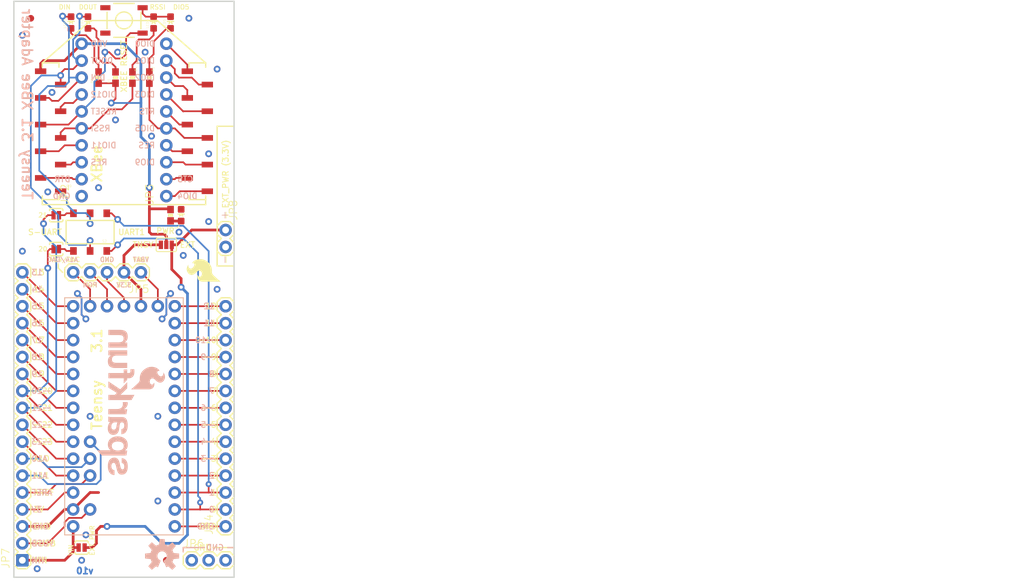
<source format=kicad_pcb>
(kicad_pcb (version 20211014) (generator pcbnew)
  (layers (0 "F.Cu" signal) (31 "B.Cu" signal) (34 "B.Paste" user) (35 "F.Paste" user) (36 "B.SilkS" user "B.Silkscreen") (37 "F.SilkS" user "F.Silkscreen") (38 "B.Mask" user) (39 "F.Mask" user) (44 "Edge.Cuts" user))
  (net 0 "")
  (net 1 "2")
  (net 2 "UART_RX")
  (net 3 "UART_TX")
  (net 4 "N$140")
  (net 5 "N$141")
  (net 6 "OUT")
  (net 7 "IN")
  (net 8 "GND")
  (net 9 "DIO4")
  (net 10 "CTS")
  (net 11 "DIO9")
  (net 12 "RES2")
  (net 13 "RTS")
  (net 14 "DIO3")
  (net 15 "DIO2")
  (net 16 "DIO1")
  (net 17 "DIO0")
  (net 18 "DTR")
  (net 19 "RES")
  (net 20 "DIO11")
  (net 21 "DIO12")
  (net 22 "4")
  (net 23 "5")
  (net 24 "6")
  (net 25 "7/RX3")
  (net 26 "8/TX3")
  (net 27 "9/RX2")
  (net 28 "10/TX2/CS")
  (net 29 "11/DOUT")
  (net 30 "12/DIN")
  (net 31 "A0/14")
  (net 32 "A1/15")
  (net 33 "A2/16")
  (net 34 "A3/17")
  (net 35 "A6/20")
  (net 36 "A7/21")
  (net 37 "A10")
  (net 38 "13/SCK")
  (net 39 "A4/18/SDA0")
  (net 40 "A5/19/SCL0")
  (net 41 "A11")
  (net 42 "A9/23")
  (net 43 "A8/22")
  (net 44 "VUSB")
  (net 45 "VIN")
  (net 46 "AREF")
  (net 47 "VBAT")
  (net 48 "A14/DAC")
  (net 49 "PROG")
  (net 50 "3.3V")
  (net 51 "RESET")
  (net 52 "N$12")
  (net 53 "N$17")
  (net 54 "N$19")
  (net 55 "DIO5")
  (net 56 "RSSI")
  (net 57 "N$43")
  (net 58 "N$139")
  (net 59 "XBEE_VDD")
  (net 60 "3V")
  (net 61 "3")
  (net 62 "EXT_3.3V")
  (footprint "boardEagle:STAND-OFF" (layer "F.Cu") (at 148.5011 145.6436)
    (fp_text reference "STANDOFF3" hide)
    (fp_text value "STAND-OFF" hide)
  )
  (footprint "boardEagle:PAD-JUMPER-2-NC_BY_PASTE_YES_SILK" (layer "F.Cu") (at 138.3411 93.8911)
    (fp_text reference "SJ1" hide)
    (fp_text value "D_TX" hide)
  )
  (footprint "boardEagle:LED-0603" (layer "F.Cu") (at 157.0736 93.8911)
    (fp_text reference "LED1" hide)
    (fp_text value "Red" hide)
  )
  (footprint "boardEagle:0603-RES" (layer "F.Cu") (at 152.3111 73.2536 -90)
    (fp_text reference "R2")
    (fp_text value "1k")
  )
  (footprint "boardEagle:TACTILE-SWITCH-SMD" (layer "F.Cu") (at 148.5011 64.6811 180)
    (fp_text reference "S3" hide)
    (fp_text value "Reset" hide)
  )
  (footprint "boardEagle:FIDUCIAL-1X2" (layer "F.Cu") (at 154.8511 145.6436)
    (fp_text reference "FID1" hide)
    (fp_text value "FIDUCIAL1X2" hide)
  )
  (footprint "boardEagle:AYZ0202" (layer "F.Cu") (at 143.4211 96.4311 180)
    (fp_text reference "S2")
    (fp_text value "DPDT")
  )
  (footprint "boardEagle:LED-0603" (layer "F.Cu") (at 140.5636 64.9986)
    (fp_text reference "LED3")
    (fp_text value "Green")
  )
  (footprint "boardEagle:CREATIVE_COMMONS" (layer "F.Cu") (at 200.5711 113.8936)
    (fp_text reference "FRAME1" hide)
    (fp_text value "" hide)
  )
  (footprint "boardEagle:1X10_NO_SILK" (layer "F.Cu") (at 154.8511 91.0336 90)
    (fp_text reference "JP3")
    (fp_text value "")
  )
  (footprint "boardEagle:FIDUCIAL-1X2" (layer "F.Cu") (at 134.5311 64.3636)
    (fp_text reference "FID2" hide)
    (fp_text value "FIDUCIAL1X2" hide)
  )
  (footprint "boardEagle:1X18" (layer "F.Cu") (at 133.2611 145.6436 90)
    (fp_text reference "JP7")
    (fp_text value "DNP\\")
  )
  (footprint "boardEagle:0603-RES" (layer "F.Cu") (at 155.4861 93.8911 90)
    (fp_text reference "R11" hide)
    (fp_text value "1k" hide)
  )
  (footprint "boardEagle:XBEE-SMD" (layer "F.Cu") (at 148.5011 92.3036)
    (fp_text reference "JP9")
    (fp_text value "CONN-09042")
  )
  (footprint "boardEagle:1X14" (layer "F.Cu") (at 163.7411 140.5636 90)
    (fp_text reference "JP4")
    (fp_text value "DNP")
  )
  (footprint "boardEagle:STAND-OFF" (layer "F.Cu") (at 137.0711 66.9036)
    (fp_text reference "STANDOFF2" hide)
    (fp_text value "STAND-OFF" hide)
  )
  (footprint "boardEagle:LED-0603" (layer "F.Cu") (at 152.9461 64.9986)
    (fp_text reference "LED4")
    (fp_text value "Green")
  )
  (footprint "boardEagle:0603-RES" (layer "F.Cu") (at 147.2311 73.2536 90)
    (fp_text reference "R1")
    (fp_text value "1k")
  )
  (footprint "boardEagle:1X03" (layer "F.Cu") (at 158.6611 145.6436)
    (fp_text reference "JP6")
    (fp_text value "DNP")
  )
  (footprint "boardEagle:STAND-OFF" (layer "F.Cu") (at 159.9311 66.9036)
    (fp_text reference "STANDOFF1" hide)
    (fp_text value "STAND-OFF" hide)
  )
  (footprint "boardEagle:PAD-JUMPER-2-NO_YES_SILK" (layer "F.Cu") (at 142.1511 143.7386)
    (fp_text reference "SJ5" hide)
    (fp_text value "EXT_JPR" hide)
  )
  (footprint "boardEagle:1X10_NO_SILK" (layer "F.Cu") (at 142.1511 91.0336 90)
    (fp_text reference "JP2")
    (fp_text value "")
  )
  (footprint "boardEagle:PAD-JUMPER-3-2OF3_NC_BY_PASTE_YES_SILK_FULL_BOX" (layer "F.Cu") (at 154.8511 98.3361 180)
    (fp_text reference "SJ4" hide)
    (fp_text value "JUMPER-PAD-3-2OF3_NC_BY_PASTE" hide)
  )
  (footprint "boardEagle:TEENSY-3.1_NOSILK" (layer "F.Cu") (at 139.6111 141.8336)
    (fp_text reference "JP1" hide)
    (fp_text value "TEENSY-3.1NOSILK" hide)
  )
  (footprint "boardEagle:0603-RES" (layer "F.Cu") (at 144.6911 73.2536 90)
    (fp_text reference "R3")
    (fp_text value "1k")
  )
  (footprint "boardEagle:1X02" (layer "F.Cu") (at 163.7411 96.1136 -90)
    (fp_text reference "JP8")
    (fp_text value "DNP")
  )
  (footprint "boardEagle:1X05" (layer "F.Cu") (at 151.0411 102.4636 180)
    (fp_text reference "JP5")
    (fp_text value "DNP")
  )
  (footprint "boardEagle:0603-RES" (layer "F.Cu") (at 149.7711 73.2536 -90)
    (fp_text reference "R4")
    (fp_text value "1k")
  )
  (footprint "boardEagle:LED-0603" (layer "F.Cu") (at 155.4861 64.9986)
    (fp_text reference "LED5")
    (fp_text value "Green")
  )
  (footprint "boardEagle:LED-0603" (layer "F.Cu") (at 143.1036 64.9986)
    (fp_text reference "LED2")
    (fp_text value "Red")
  )
  (footprint "boardEagle:STAND-OFF" (layer "F.Cu") (at 148.5011 89.7636)
    (fp_text reference "STANDOFF4" hide)
    (fp_text value "STAND-OFF" hide)
  )
  (footprint "boardEagle:SFE_LOGO_FLAME_.2" (layer "F.Cu") (at 163.26485 104.20985 90)
    (fp_text reference "LOGO1" hide)
    (fp_text value "SFE_LOGO_FLAME.2_INCH" hide)
  )
  (footprint "boardEagle:PAD-JUMPER-2-NC_BY_PASTE_YES_SILK" (layer "F.Cu") (at 138.3411 98.9711)
    (fp_text reference "SJ3" hide)
    (fp_text value "D_RX" hide)
  )
  (footprint "boardEagle:OSHW-LOGO-M" (layer "B.Cu") (at 154.2161 145.0086 180)
    (fp_text reference "LOGO2" hide)
    (fp_text value "OSHW-LOGOM" hide)
  )
  (footprint "boardEagle:SFE_LOGO_NAME_FLAME_.2" (layer "B.Cu") (at 144.3736 133.5786 90)
    (fp_text reference "LOGO3" hide)
    (fp_text value "SFE_LOGO_NAME_FLAME.2_INCH" hide)
  )
  (gr_line (start 160.5661 143.7386) (end 157.3911 143.7386) (layer "B.SilkS") (width 0.2032))
  (gr_line (start 165.0111 143.7386) (end 164.0586 143.7386) (layer "B.SilkS") (width 0.2032))
  (gr_line (start 157.3911 143.7386) (end 157.3911 144.3736) (layer "B.SilkS") (width 0.2032))
  (gr_line (start 162.4711 80.5561) (end 165.0111 80.5561) (layer "F.SilkS") (width 0.2032))
  (gr_line (start 154.8511 97.22485) (end 154.8511 96.90735) (layer "F.SilkS") (width 0.127))
  (gr_line (start 139.2936 102.4636) (end 138.6586 101.8286) (layer "F.SilkS") (width 0.2032))
  (gr_line (start 158.3436 143.7386) (end 157.3911 143.7386) (layer "F.SilkS") (width 0.2032))
  (gr_line (start 162.4711 101.5111) (end 162.4711 80.5561) (layer "F.SilkS") (width 0.2032))
  (gr_line (start 165.0111 101.5111) (end 162.4711 101.5111) (layer "F.SilkS") (width 0.2032))
  (gr_line (start 156.4386 95.7961) (end 156.7561 95.4786) (layer "F.SilkS") (width 0.127))
  (gr_line (start 157.3911 143.7386) (end 157.3911 144.3736) (layer "F.SilkS") (width 0.2032))
  (gr_line (start 156.1211 95.7961) (end 156.4386 95.7961) (layer "F.SilkS") (width 0.127))
  (gr_line (start 138.6586 101.8286) (end 138.6586 101.1936) (layer "F.SilkS") (width 0.2032))
  (gr_line (start 161.8361 143.7386) (end 165.0111 143.7386) (layer "F.SilkS") (width 0.2032))
  (gr_line (start 165.0111 61.8236) (end 131.9911 61.8236) (layer "Edge.Cuts") (width 0.2032))
  (gr_line (start 131.9911 61.8236) (end 131.9911 148.1836) (layer "Edge.Cuts") (width 0.2032))
  (gr_line (start 165.0111 148.1836) (end 165.0111 61.8236) (layer "Edge.Cuts") (width 0.2032))
  (gr_line (start 131.9911 148.1836) (end 165.0111 148.1836) (layer "Edge.Cuts") (width 0.2032))
  (gr_text "v10" (at 144.0561 147.2311) (layer "B.Cu") (effects (font (size 0.9525 0.9525) (thickness 0.3175)) (justify left mirror)))
  (gr_text "DOUT" (at 143.4211 70.7136) (layer "B.SilkS") (effects (font (size 0.8636 0.8636) (thickness 0.1524)) (justify right mirror)))
  (gr_text "DIO4" (at 156.4132 91.0336) (layer "B.SilkS") (effects (font (size 0.8636 0.8636) (thickness 0.1524)) (justify right mirror)))
  (gr_text "~~3" (at 162.1536 130.4036) (layer "B.SilkS") (effects (font (size 0.8636 0.8636) (thickness 0.1524)) (justify left mirror)))
  (gr_text "A14/DAC" (at 139.2936 100.5586) (layer "B.SilkS") (effects (font (size 0.69088 0.69088) (thickness 0.12192)) (justify mirror)))
  (gr_text "GND" (at 162.1536 143.7386) (layer "B.SilkS") (effects (font (size 0.8636 0.8636) (thickness 0.1524)) (justify mirror)))
  (gr_text "DIO9" (at 153.2382 85.9536) (layer "B.SilkS") (effects (font (size 0.8636 0.8636) (thickness 0.1524)) (justify left mirror)))
  (gr_text "DIO0" (at 153.2382 68.1736) (layer "B.SilkS") (effects (font (size 0.8636 0.8636) (thickness 0.1524)) (justify left mirror)))
  (gr_text "3.3V" (at 148.5011 104.3686) (layer "B.SilkS") (effects (font (size 0.69088 0.69088) (thickness 0.12192)) (justify mirror)))
  (gr_text "DTR" (at 140.5636 88.4936) (layer "B.SilkS") (effects (font (size 0.8636 0.8636) (thickness 0.1524)) (justify left mirror)))
  (gr_text "RSSI" (at 143.4211 80.8736) (layer "B.SilkS") (effects (font (size 0.8636 0.8636) (thickness 0.1524)) (justify right mirror)))
  (gr_text "A11" (at 134.5311 132.9436) (layer "B.SilkS") (effects (font (size 0.8636 0.8636) (thickness 0.1524)) (justify right mirror)))
  (gr_text "~~4" (at 162.1536 127.8636) (layer "B.SilkS") (effects (font (size 0.8636 0.8636) (thickness 0.1524)) (justify left mirror)))
  (gr_text "16" (at 134.5311 110.0836) (layer "B.SilkS") (effects (font (size 0.8636 0.8636) (thickness 0.1524)) (justify right mirror)))
  (gr_text "DIO3" (at 153.2382 75.7936) (layer "B.SilkS") (effects (font (size 0.8636 0.8636) (thickness 0.1524)) (justify left mirror)))
  (gr_text "VIN" (at 134.5311 145.6436) (layer "B.SilkS") (effects (font (size 0.8636 0.8636) (thickness 0.1524)) (justify right mirror)))
  (gr_text "~~10" (at 162.1536 112.6236) (layer "B.SilkS") (effects (font (size 0.8636 0.8636) (thickness 0.1524)) (justify left mirror)))
  (gr_text "0" (at 162.1536 138.0236) (layer "B.SilkS") (effects (font (size 0.8636 0.8636) (thickness 0.1524)) (justify left mirror)))
  (gr_text "11" (at 162.1536 110.0836) (layer "B.SilkS") (effects (font (size 0.8636 0.8636) (thickness 0.1524)) (justify left mirror)))
  (gr_text "8" (at 162.1536 117.7036) (layer "B.SilkS") (effects (font (size 0.8636 0.8636) (thickness 0.1524)) (justify left mirror)))
  (gr_text "GND" (at 134.5311 140.5636) (layer "B.SilkS") (effects (font (size 0.8636 0.8636) (thickness 0.1524)) (justify right mirror)))
  (gr_text "17" (at 134.5311 112.6236) (layer "B.SilkS") (effects (font (size 0.8636 0.8636) (thickness 0.1524)) (justify right mirror)))
  (gr_text "DIO2" (at 153.2382 73.2536) (layer "B.SilkS") (effects (font (size 0.8636 0.8636) (thickness 0.1524)) (justify left mirror)))
  (gr_text "RES" (at 143.4211 85.9536) (layer "B.SilkS") (effects (font (size 0.8636 0.8636) (thickness 0.1524)) (justify right mirror)))
  (gr_text "GND" (at 145.9611 100.5586) (layer "B.SilkS") (effects (font (size 0.69088 0.69088) (thickness 0.12192)) (justify mirror)))
  (gr_text "AREF" (at 134.5311 135.4836) (layer "B.SilkS") (effects (font (size 0.8636 0.8636) (thickness 0.1524)) (justify right mirror)))
  (gr_text "DIO5" (at 153.2382 80.8736) (layer "B.SilkS") (effects (font (size 0.8636 0.8636) (thickness 0.1524)) (justify left mirror)))
  (gr_text "DIO11" (at 143.4211 83.4136) (layer "B.SilkS") (effects (font (size 0.8636 0.8636) (thickness 0.1524)) (justify right mirror)))
  (gr_text "RTS" (at 153.2382 78.3336) (layer "B.SilkS") (effects (font (size 0.8636 0.8636) (thickness 0.1524)) (justify left mirror)))
  (gr_text "13" (at 134.5311 102.4636) (layer "B.SilkS") (effects (font (size 0.8636 0.8636) (thickness 0.1524)) (justify right mirror)))
  (gr_text "+" (at 163.7411 93.8911 -90) (layer "B.SilkS") (effects (font (size 1.1684 1.1684) (thickness 0.1016)) (justify mirror)))
  (gr_text "~~23" (at 134.5311 127.8636) (layer "B.SilkS") (effects (font (size 0.8636 0.8636) (thickness 0.1524)) (justify right mirror)))
  (gr_text "VUSB" (at 134.5311 143.1036) (layer "B.SilkS") (effects (font (size 0.8636 0.8636) (thickness 0.1524)) (justify right mirror)))
  (gr_text "~~21" (at 134.5311 122.7836) (layer "B.SilkS") (effects (font (size 0.8636 0.8636) (thickness 0.1524)) (justify right mirror)))
  (gr_text "~~6" (at 162.1536 122.7836) (layer "B.SilkS") (effects (font (size 0.8636 0.8636) (thickness 0.1524)) (justify left mirror)))
  (gr_text "RES" (at 153.2382 83.4136) (layer "B.SilkS") (effects (font (size 0.8636 0.8636) (thickness 0.1524)) (justify left mirror)))
  (gr_text "GND" (at 140.5636 91.0336) (layer "B.SilkS") (effects (font (size 0.8636 0.8636) (thickness 0.1524)) (justify left mirror)))
  (gr_text "2" (at 162.1536 132.9436) (layer "B.SilkS") (effects (font (size 0.8636 0.8636) (thickness 0.1524)) (justify left mirror)))
  (gr_text "~~20" (at 134.5311 120.2436) (layer "B.SilkS") (effects (font (size 0.8636 0.8636) (thickness 0.1524)) (justify right mirror)))
  (gr_text "14" (at 134.5311 105.0036) (layer "B.SilkS") (effects (font (size 0.8636 0.8636) (thickness 0.1524)) (justify right mirror)))
  (gr_text "PGM" (at 143.4211 104.3686) (layer "B.SilkS") (effects (font (size 0.69088 0.69088) (thickness 0.12192)) (justify mirror)))
  (gr_text "GND" (at 162.1536 140.5636) (layer "B.SilkS") (effects (font (size 0.8636 0.8636) (thickness 0.1524)) (justify left mirror)))
  (gr_text "7" (at 162.1536 120.2436) (layer "B.SilkS") (effects (font (size 0.8636 0.8636) (thickness 0.1524)) (justify left mirror)))
  (gr_text "CTS" (at 156.4132 88.4936) (layer "B.SilkS") (effects (font (size 0.8636 0.8636) (thickness 0.1524)) (justify right mirror)))
  (gr_text "18" (at 134.5311 115.1636) (layer "B.SilkS") (effects (font (size 0.8636 0.8636) (thickness 0.1524)) (justify right mirror)))
  (gr_text "12" (at 162.1536 107.5436) (layer "B.SilkS") (effects (font (size 0.8636 0.8636) (thickness 0.1524)) (justify left mirror)))
  (gr_text "15" (at 134.5311 107.5436) (layer "B.SilkS") (effects (font (size 0.8636 0.8636) (thickness 0.1524)) (justify right mirror)))
  (gr_text "-" (at 163.7411 100.5586 -90) (layer "B.SilkS") (effects (font (size 1.1684 1.1684) (thickness 0.1016)) (justify mirror)))
  (gr_text "DIN" (at 143.4211 73.2536) (layer "B.SilkS") (effects (font (size 0.8636 0.8636) (thickness 0.1524)) (justify right mirror)))
  (gr_text "19" (at 134.5311 117.7036) (layer "B.SilkS") (effects (font (size 0.8636 0.8636) (thickness 0.1524)) (justify right mirror)))
  (gr_text "DIO1" (at 153.2382 70.7136) (layer "B.SilkS") (effects (font (size 0.8636 0.8636) (thickness 0.1524)) (justify left mirror)))
  (gr_text "DIO12" (at 143.4211 75.7936) (layer "B.SilkS") (effects (font (size 0.8636 0.8636) (thickness 0.1524)) (justify right mirror)))
  (gr_text "~~9" (at 162.1536 115.1636) (layer "B.SilkS") (effects (font (size 0.8636 0.8636) (thickness 0.1524)) (justify left mirror)))
  (gr_text "1" (at 162.1536 135.4836) (layer "B.SilkS") (effects (font (size 0.8636 0.8636) (thickness 0.1524)) (justify left mirror)))
  (gr_text "A10" (at 134.5311 130.4036) (layer "B.SilkS") (effects (font (size 0.8636 0.8636) (thickness 0.1524)) (justify right mirror)))
  (gr_text "Teensy 3.1 XBee Adapter" (at 134.8486 62.7761 -90) (layer "B.SilkS") (effects (font (size 1.5113 1.5113) (thickness 0.2667)) (justify right top mirror)))
  (gr_text "3V" (at 134.5311 138.0236) (layer "B.SilkS") (effects (font (size 0.8636 0.8636) (thickness 0.1524)) (justify right mirror)))
  (gr_text "~~5" (at 162.1536 125.3236) (layer "B.SilkS") (effects (font (size 0.8636 0.8636) (thickness 0.1524)) (justify left mirror)))
  (gr_text "VDD" (at 143.4211 68.1736) (layer "B.SilkS") (effects (font (size 0.8636 0.8636) (thickness 0.1524)) (justify right mirror)))
  (gr_text "VBAT" (at 151.0411 100.5586) (layer "B.SilkS") (effects (font (size 0.69088 0.69088) (thickness 0.12192)) (justify mirror)))
  (gr_text "~~22" (at 134.5311 125.3236) (layer "B.SilkS") (effects (font (size 0.8636 0.8636) (thickness 0.1524)) (justify right mirror)))
  (gr_text "RESET" (at 143.4211 78.3336) (layer "B.SilkS") (effects (font (size 0.8636 0.8636) (thickness 0.1524)) (justify right mirror)))
  (gr_text "DOUT" (at 141.67485 63.0936) (layer "F.SilkS") (effects (font (size 0.69088 0.69088) (thickness 0.12192)) (justify left bottom)))
  (gr_text "+" (at 163.7411 93.8911 90) (layer "F.SilkS") (effects (font (size 1.1684 1.1684) (thickness 0.1016))))
  (gr_text "GND" (at 145.9611 100.5586) (layer "F.SilkS") (effects (font (size 0.69088 0.69088) (thickness 0.12192))))
  (gr_text "A14/DAC" (at 139.6111 100.5586) (layer "F.SilkS") (effects (font (size 0.69088 0.69088) (thickness 0.12192))))
  (gr_text "3.3V" (at 148.5011 104.3686) (layer "F.SilkS") (effects (font (size 0.69088 0.69088) (thickness 0.12192))))
  (gr_text "21" (at 137.0711 93.8911) (layer "F.SilkS") (effects (font (size 0.69088 0.69088) (thickness 0.12192)) (justify right)))
  (gr_text "3V" (at 134.8486 138.0236) (layer "F.SilkS") (effects (font (size 0.8636 0.8636) (thickness 0.1524)) (justify left)))
  (gr_text "~~21" (at 134.8486 122.7836) (layer "F.SilkS") (effects (font (size 0.8636 0.8636) (thickness 0.1524)) (justify left)))
  (gr_text "VIN" (at 140.5636 145.0086 90) (layer "F.SilkS") (effects (font (size 0.69088 0.69088) (thickness 0.12192)) (justify left)))
  (gr_text "A11" (at 134.8486 132.9436) (layer "F.SilkS") (effects (font (size 0.8636 0.8636) (thickness 0.1524)) (justify left)))
  (gr_text "S-UART" (at 139.2936 96.4311) (layer "F.SilkS") (effects (font (size 0.8636 0.8636) (thickness 0.1524)) (justify right)))
  (gr_text "TNSY" (at 151.3586 98.3361) (layer "F.SilkS") (effects (font (size 0.8636 0.8636) (thickness 0.1524))))
  (gr_text "~~3" (at 162.4711 130.4036) (layer "F.SilkS") (effects (font (size 0.8636 0.8636) (thickness 0.1524)) (justify right)))
  (gr_text "15" (at 134.8486 107.5436) (layer "F.SilkS") (effects (font (size 0.8636 0.8636) (thickness 0.1524)) (justify left)))
  (gr_text "1" (at 162.4711 135.4836) (layer "F.SilkS") (effects (font (size 0.8636 0.8636) (thickness 0.1524)) (justify right)))
  (gr_text "17" (at 134.8486 112.6236) (layer "F.SilkS") (effects (font (size 0.8636 0.8636) (thickness 0.1524)) (justify left)))
  (gr_text "~~22" (at 134.8486 125.3236) (layer "F.SilkS") (effects (font (size 0.8636 0.8636) (thickness 0.1524)) (justify left)))
  (gr_text "19" (at 134.8486 117.7036) (layer "F.SilkS") (effects (font (size 0.8636 0.8636) (thickness 0.1524)) (justify left)))
  (gr_text "EXT_PWR (3.3V)" (at 163.7411 92.9386 90) (layer "F.SilkS") (effects (font (size 0.8636 0.8636) (thickness 0.1524)) (justify left)))
  (gr_text "-" (at 163.7411 100.5586 90) (layer "F.SilkS") (effects (font (size 1.1684 1.1684) (thickness 0.1016))))
  (gr_text "GND" (at 162.4711 140.5636) (layer "F.SilkS") (effects (font (size 0.8636 0.8636) (thickness 0.1524)) (justify right)))
  (gr_text "2" (at 162.4711 132.9436) (layer "F.SilkS") (effects (font (size 0.8636 0.8636) (thickness 0.1524)) (justify right)))
  (gr_text "PGM" (at 143.4211 104.3686) (layer "F.SilkS") (effects (font (size 0.69088 0.69088) (thickness 0.12192))))
  (gr_text "12" (at 162.4711 107.5436) (layer "F.SilkS") (effects (font (size 0.8636 0.8636) (thickness 0.1524)) (justify right)))
  (gr_text "XBee" (at 145.3261 89.1286 90) (layer "F.SilkS") (effects (font (size 1.5113 1.5113) (thickness 0.2667)) (justify left bottom)))
  (gr_text "UART1" (at 147.5486 96.4311) (layer "F.SilkS") (effects (font (size 0.8636 0.8636) (thickness 0.1524)) (justify left)))
  (gr_text "11" (at 162.4711 110.0836) (layer "F.SilkS") (effects (font (size 0.8636 0.8636) (thickness 0.1524)) (justify right)))
  (gr_text "20" (at 137.0711 98.9711) (layer "F.SilkS") (effects (font (size 0.69088 0.69088) (thickness 0.12192)) (justify right)))
  (gr_text "0" (at 162.4711 138.0236) (layer "F.SilkS") (effects (font (size 0.8636 0.8636) (thickness 0.1524)) (justify right)))
  (gr_text "~~9" (at 162.4711 115.1636) (layer "F.SilkS") (effects (font (size 0.8636 0.8636) (thickness 0.1524)) (justify right)))
  (gr_text "13" (at 134.8486 102.4636) (layer "F.SilkS") (effects (font (size 0.8636 0.8636) (thickness 0.1524)) (justify left)))
  (gr_text "A10" (at 134.8486 130.4036) (layer "F.SilkS") (effects (font (size 0.8636 0.8636) (thickness 0.1524)) (justify left)))
  (gr_text "14" (at 134.8486 105.0036) (layer "F.SilkS") (effects (font (size 0.8636 0.8636) (thickness 0.1524)) (justify left)))
  (gr_text "~~10" (at 162.4711 112.6236) (layer "F.SilkS") (effects (font (size 0.8636 0.8636) (thickness 0.1524)) (justify right)))
  (gr_text "DIO5" (at 155.8036 63.0936) (layer "F.SilkS") (effects (font (size 0.69088 0.69088) (thickness 0.12192)) (justify left bottom)))
  (gr_text "GND" (at 160.2486 143.7386) (layer "F.SilkS") (effects (font (size 0.8636 0.8636) (thickness 0.1524))))
  (gr_text "Teensy" (at 145.3261 126.2761 90) (layer "F.SilkS") (effects (font (size 1.5113 1.5113) (thickness 0.2667)) (justify left bottom)))
  (gr_text "18" (at 134.8486 115.1636) (layer "F.SilkS") (effects (font (size 0.8636 0.8636) (thickness 0.1524)) (justify left)))
  (gr_text "16" (at 134.8486 110.0836) (layer "F.SilkS") (effects (font (size 0.8636 0.8636) (thickness 0.1524)) (justify left)))
  (gr_text "GND" (at 134.8486 140.5636) (layer "F.SilkS") (effects (font (size 0.8636 0.8636) (thickness 0.1524)) (justify left)))
  (gr_text "~~5" (at 162.4711 125.3236) (layer "F.SilkS") (effects (font (size 0.8636 0.8636) (thickness 0.1524)) (justify right)))
  (gr_text "3.1" (at 145.3261 114.68735 90) (layer "F.SilkS") (effects (font (size 1.5113 1.5113) (thickness 0.2667)) (justify left bottom)))
  (gr_text "7" (at 162.4711 120.2436) (layer "F.SilkS") (effects (font (size 0.8636 0.8636) (thickness 0.1524)) (justify right)))
  (gr_text "EXT_PWR" (at 143.7386 145.0086 90) (layer "F.SilkS") (effects (font (size 0.69088 0.69088) (thickness 0.12192)) (justify left)))
  (gr_text "DIN" (at 138.6586 63.0936) (layer "F.SilkS") (effects (font (size 0.69088 0.69088) (thickness 0.12192)) (justify left bottom)))
  (gr_text "EXT" (at 158.0261 98.3361) (layer "F.SilkS") (effects (font (size 0.8636 0.8636) (thickness 0.1524))))
  (gr_text "VUSB" (at 134.8486 143.1036) (layer "F.SilkS") (effects (font (size 0.8636 0.8636) (thickness 0.1524)) (justify left)))
  (gr_text "VBAT" (at 151.0411 100.5586) (layer "F.SilkS") (effects (font (size 0.69088 0.69088) (thickness 0.12192))))
  (gr_text "RSSI" (at 152.3111 63.0936) (layer "F.SilkS") (effects (font (size 0.69088 0.69088) (thickness 0.12192)) (justify left bottom)))
  (gr_text "8" (at 162.4711 117.7036) (layer "F.SilkS") (effects (font (size 0.8636 0.8636) (thickness 0.1524)) (justify right)))
  (gr_text "XBEE RESET" (at 148.5011 67.5386 90) (layer "F.SilkS") (effects (font (size 0.8636 0.8636) (thickness 0.1524)) (justify right)))
  (gr_text "PWR" (at 153.2636 96.7486) (layer "F.SilkS") (effects (font (size 0.8636 0.8636) (thickness 0.1524)) (justify left bottom)))
  (gr_text "~~6" (at 162.4711 122.7836) (layer "F.SilkS") (effects (font (size 0.8636 0.8636) (thickness 0.1524)) (justify right)))
  (gr_text "VIN" (at 134.8486 145.6436) (layer "F.SilkS") (effects (font (size 0.8636 0.8636) (thickness 0.1524)) (justify left)))
  (gr_text "~~4" (at 162.4711 127.8636) (layer "F.SilkS") (effects (font (size 0.8636 0.8636) (thickness 0.1524)) (justify right)))
  (gr_text "~~20" (at 134.8486 120.2436) (layer "F.SilkS") (effects (font (size 0.8636 0.8636) (thickness 0.1524)) (justify left)))
  (gr_text "~~23" (at 134.8486 127.8636) (layer "F.SilkS") (effects (font (size 0.8636 0.8636) (thickness 0.1524)) (justify left)))
  (gr_text "AREF" (at 134.8486 135.4836) (layer "F.SilkS") (effects (font (size 0.8636 0.8636) (thickness 0.1524)) (justify left)))
  (segment (start 156.1211 132.9436) (end 163.7411 132.9436) (width 0.254) (layer "F.Cu") (net 1))
  (segment (start 156.1211 138.0236) (end 159.9311 138.0236) (width 0.254) (layer "F.Cu") (net 2))
  (segment (start 159.9311 138.0236) (end 163.7411 138.0236) (width 0.254) (layer "F.Cu") (net 2))
  (segment (start 159.9311 136.97585) (end 159.9311 138.0236) (width 0.254) (layer "F.Cu") (net 2))
  (segment (start 146.6286 99.2561) (end 147.5486 98.3361) (width 0.254) (layer "F.Cu") (net 2))
  (segment (start 145.9211 99.2561) (end 146.6286 99.2561) (width 0.254) (layer "F.Cu") (net 2))
  (via (at 147.5486 98.3361) (size 1.016) (drill 0.508) (layers "F.Cu" "B.Cu") (net 2))
  (via (at 159.9311 136.97585) (size 0.889) (drill 0.381) (layers "F.Cu" "B.Cu") (net 2))
  (segment (start 159.6136 136.02335) (end 159.9311 136.34085) (width 0.254) (layer "B.Cu") (net 2))
  (segment (start 147.5486 98.3361) (end 148.5011 97.3836) (width 0.254) (layer "B.Cu") (net 2))
  (segment (start 159.6136 99.6061) (end 157.3911 97.3836) (width 0.254) (layer "B.Cu") (net 2))
  (segment (start 159.6136 136.02335) (end 159.6136 99.6061) (width 0.254) (layer "B.Cu") (net 2))
  (segment (start 157.3911 97.3836) (end 148.5011 97.3836) (width 0.254) (layer "B.Cu") (net 2))
  (segment (start 159.9311 136.34085) (end 159.9311 136.97585) (width 0.254) (layer "B.Cu") (net 2))
  (segment (start 147.5486 94.5261) (end 146.6286 93.6061) (width 0.254) (layer "F.Cu") (net 3))
  (segment (start 161.2011 134.2263) (end 161.2011 135.4836) (width 0.254) (layer "F.Cu") (net 3))
  (segment (start 156.1211 135.4836) (end 161.2011 135.4836) (width 0.254) (layer "F.Cu") (net 3))
  (segment (start 145.9211 93.6061) (end 146.6286 93.6061) (width 0.254) (layer "F.Cu") (net 3))
  (segment (start 161.2011 135.4836) (end 163.7411 135.4836) (width 0.254) (layer "F.Cu") (net 3))
  (via (at 147.5486 94.5261) (size 1.016) (drill 0.508) (layers "F.Cu" "B.Cu") (net 3))
  (via (at 161.2011 134.2263) (size 0.889) (drill 0.381) (layers "F.Cu" "B.Cu") (net 3))
  (segment (start 148.5011 95.4786) (end 147.5486 94.5261) (width 0.254) (layer "B.Cu") (net 3))
  (segment (start 161.2011 99.2886) (end 157.3911 95.4786) (width 0.254) (layer "B.Cu") (net 3))
  (segment (start 157.3911 95.4786) (end 148.5011 95.4786) (width 0.254) (layer "B.Cu") (net 3))
  (segment (start 161.2011 134.2263) (end 161.2011 99.2886) (width 0.254) (layer "B.Cu") (net 3))
  (segment (start 139.6111 93.8911) (end 138.7538 93.8911) (width 0.254) (layer "F.Cu") (net 4))
  (segment (start 140.9211 93.6061) (end 139.8961 93.6061) (width 0.254) (layer "F.Cu") (net 4))
  (segment (start 139.8961 93.6061) (end 139.6111 93.8911) (width 0.254) (layer "F.Cu") (net 4))
  (segment (start 139.8961 99.2561) (end 139.6111 98.9711) (width 0.254) (layer "F.Cu") (net 5))
  (segment (start 139.6111 98.9711) (end 138.7538 98.9711) (width 0.254) (layer "F.Cu") (net 5))
  (segment (start 140.2136 99.2561) (end 139.8961 99.2561) (width 0.254) (layer "F.Cu") (net 5))
  (segment (start 140.9211 99.2561) (end 140.2136 99.2561) (width 0.254) (layer "F.Cu") (net 5))
  (segment (start 139.0011 72.9361) (end 139.0011 72.5936) (width 0.254) (layer "F.Cu") (net 6))
  (segment (start 143.4211 99.2561) (end 143.4211 97.7011) (width 0.254) (layer "F.Cu") (net 6))
  (segment (start 143.1036 64.1216) (end 141.9091 64.1216) (width 0.254) (layer "F.Cu") (net 6))
  (segment (start 139.0011 74.3036) (end 139.0011 72.9361) (width 0.254) (layer "F.Cu") (net 6))
  (segment (start 143.0281 64.1216) (end 142.7861 64.3636) (width 0.254) (layer "F.Cu") (net 6))
  (segment (start 139.0011 72.5936) (end 139.6111 71.9836) (width 0.254) (layer "F.Cu") (net 6))
  (segment (start 141.9091 64.1216) (end 141.8336 64.0461) (width 0.254) (layer "F.Cu") (net 6))
  (segment (start 142.1511 70.7136) (end 140.8811 71.9836) (width 0.254) (layer "F.Cu") (net 6))
  (segment (start 139.6111 71.9836) (end 140.8811 71.9836) (width 0.254) (layer "F.Cu") (net 6))
  (segment (start 143.1036 64.1216) (end 143.0281 64.1216) (width 0.254) (layer "F.Cu") (net 6))
  (via (at 139.0011 72.9361) (size 1.016) (drill 0.508) (layers "F.Cu" "B.Cu") (net 6))
  (via (at 141.8336 64.0461) (size 1.016) (drill 0.508) (layers "F.Cu" "B.Cu") (net 6))
  (via (at 143.4211 97.7011) (size 1.016) (drill 0.508) (layers "F.Cu" "B.Cu") (net 6))
  (segment (start 140.2461 98.3361) (end 142.7861 98.3361) (width 0.254) (layer "B.Cu") (net 6))
  (segment (start 140.8811 67.5386) (end 141.8336 66.5861) (width 0.254) (layer "B.Cu") (net 6))
  (segment (start 140.8811 70.0786) (end 140.8811 67.5386) (width 0.254) (layer "B.Cu") (net 6))
  (segment (start 136.1186 72.9361) (end 139.0011 72.9361) (width 0.254) (layer "B.Cu") (net 6))
  (segment (start 138.6586 96.7486) (end 140.2461 98.3361) (width 0.254) (layer "B.Cu") (net 6))
  (segment (start 141.8336 66.5861) (end 141.8336 64.0461) (width 0.254) (layer "B.Cu") (net 6))
  (segment (start 134.5311 89.7636) (end 134.5311 74.5236) (width 0.254) (layer "B.Cu") (net 6))
  (segment (start 141.5161 70.7136) (end 142.1511 70.7136) (width 0.254) (layer "B.Cu") (net 6))
  (segment (start 141.5161 70.7136) (end 140.8811 70.0786) (width 0.254) (layer "B.Cu") (net 6))
  (segment (start 138.6586 93.8911) (end 138.6586 96.7486) (width 0.254) (layer "B.Cu") (net 6))
  (segment (start 142.7861 98.3361) (end 143.4211 97.7011) (width 0.254) (layer "B.Cu") (net 6))
  (segment (start 134.5311 74.5236) (end 136.1186 72.9361) (width 0.254) (layer "B.Cu") (net 6))
  (segment (start 134.5311 89.7636) (end 138.6586 93.8911) (width 0.254) (layer "B.Cu") (net 6))
  (segment (start 139.3691 64.1216) (end 139.2936 64.0461) (width 0.254) (layer "F.Cu") (net 7))
  (segment (start 138.6586 76.7461) (end 137.7061 76.7461) (width 0.254) (layer "F.Cu") (net 7))
  (segment (start 137.7061 76.7461) (end 137.2636 76.3036) (width 0.254) (layer "F.Cu") (net 7))
  (segment (start 136.0011 76.3036) (end 137.2636 76.3036) (width 0.254) (layer "F.Cu") (net 7))
  (segment (start 140.5636 64.1216) (end 139.3691 64.1216) (width 0.254) (layer "F.Cu") (net 7))
  (segment (start 143.4211 93.6061) (end 143.4211 95.1611) (width 0.254) (layer "F.Cu") (net 7))
  (segment (start 138.6586 76.7461) (end 142.1511 73.2536) (width 0.254) (layer "F.Cu") (net 7))
  (via (at 143.4211 95.1611) (size 1.016) (drill 0.508) (layers "F.Cu" "B.Cu") (net 7))
  (via (at 139.2936 64.0461) (size 1.016) (drill 0.508) (layers "F.Cu" "B.Cu") (net 7))
  (segment (start 141.1986 93.5736) (end 139.9286 92.3036) (width 0.254) (layer "B.Cu") (net 7))
  (segment (start 135.8011 75.7936) (end 137.0711 74.5236) (width 0.254) (layer "B.Cu") (net 7))
  (segment (start 140.2461 73.8886) (end 140.2461 73.2536) (width 0.254) (layer "B.Cu") (net 7))
  (segment (start 143.4211 95.1611) (end 143.4211 94.2086) (width 0.254) (layer "B.Cu") (net 7))
  (segment (start 142.1511 73.2536) (end 140.2461 73.2536) (width 0.254) (layer "B.Cu") (net 7))
  (segment (start 142.7861 93.5736) (end 141.1986 93.5736) (width 0.254) (layer "B.Cu") (net 7))
  (segment (start 139.9286 92.3036) (end 139.9286 91.3511) (width 0.254) (layer "B.Cu") (net 7))
  (segment (start 143.4211 94.2086) (end 142.7861 93.5736) (width 0.254) (layer "B.Cu") (net 7))
  (segment (start 140.2461 65.6336) (end 139.2936 64.6811) (width 0.254) (layer "B.Cu") (net 7))
  (segment (start 139.9286 91.3511) (end 135.8011 87.2236) (width 0.254) (layer "B.Cu") (net 7))
  (segment (start 139.6111 74.5236) (end 137.0711 74.5236) (width 0.254) (layer "B.Cu") (net 7))
  (segment (start 140.2461 73.2536) (end 140.2461 65.6336) (width 0.254) (layer "B.Cu") (net 7))
  (segment (start 135.8011 87.2236) (end 135.8011 75.7936) (width 0.254) (layer "B.Cu") (net 7))
  (segment (start 140.2461 73.8886) (end 139.6111 74.5236) (width 0.254) (layer "B.Cu") (net 7))
  (segment (start 139.2936 64.6811) (end 139.2936 64.0461) (width 0.254) (layer "B.Cu") (net 7))
  (segment (start 140.8811 138.0236) (end 139.6111 138.0236) (width 0.4064) (layer "F.Cu") (net 8))
  (segment (start 139.6111 138.0236) (end 137.0711 140.5636) (width 0.4064) (layer "F.Cu") (net 8))
  (segment (start 155.4861 64.1216) (end 152.9461 64.1216) (width 0.254) (layer "F.Cu") (net 8))
  (segment (start 142.7861 109.4486) (end 142.1511 108.8136) (width 0.254) (layer "F.Cu") (net 8))
  (segment (start 154.2161 109.4486) (end 154.8511 108.8136) (width 0.254) (layer "F.Cu") (net 8))
  (segment (start 142.1511 108.8136) (end 142.1511 106.2736) (width 0.254) (layer "F.Cu") (net 8))
  (segment (start 151.2951 63.6651) (end 151.7516 64.1216) (width 0.254) (layer "F.Cu") (net 8))
  (segment (start 137.0711 140.5636) (end 133.2611 140.5636) (width 0.4064) (layer "F.Cu") (net 8))
  (segment (start 145.9611 102.4636) (end 145.9611 103.7336) (width 0.254) (layer "F.Cu") (net 8))
  (segment (start 143.4211 135.4836) (end 140.8811 138.0236) (width 0.4064) (layer "F.Cu") (net 8))
  (segment (start 151.2951 62.7761) (end 151.2951 63.6651) (width 0.254) (layer "F.Cu") (net 8))
  (segment (start 154.8511 108.8136) (end 154.8511 106.2736) (width 0.254) (layer "F.Cu") (net 8))
  (segment (start 141.5161 105.6386) (end 142.1511 106.2736) (width 0.254) (layer "F.Cu") (net 8))
  (segment (start 148.5011 106.2736) (end 148.5011 107.5436) (width 0.254) (layer "F.Cu") (net 8))
  (segment (start 145.9611 103.7336) (end 148.5011 106.2736) (width 0.254) (layer "F.Cu") (net 8))
  (segment (start 154.8511 106.2736) (end 155.4861 105.6386) (width 0.254) (layer "F.Cu") (net 8))
  (segment (start 163.7411 140.5636) (end 156.1211 140.5636) (width 0.254) (layer "F.Cu") (net 8))
  (segment (start 152.9461 64.1216) (end 151.7516 64.1216) (width 0.254) (layer "F.Cu") (net 8))
  (segment (start 144.6911 135.4836) (end 143.4211 135.4836) (width 0.4064) (layer "F.Cu") (net 8))
  (via (at 152.6286 82.03565) (size 1.016) (drill 0.508) (layers "F.Cu" "B.Cu") (net 8))
  (via (at 135.4836 146.9136) (size 1.016) (drill 0.508) (layers "F.Cu" "B.Cu") (net 8))
  (via (at 153.5811 124.0536) (size 1.016) (drill 0.508) (layers "F.Cu" "B.Cu") (net 8))
  (via (at 161.2011 94.8436) (size 1.016) (drill 0.508) (layers "F.Cu" "B.Cu") (net 8))
  (via (at 142.7861 141.8336) (size 1.016) (drill 0.508) (layers "F.Cu" "B.Cu") (net 8))
  (via (at 161.2011 84.6836) (size 1.016) (drill 0.508) (layers "F.Cu" "B.Cu") (net 8))
  (via (at 133.2611 66.9036) (size 1.016) (drill 0.508) (layers "F.Cu" "B.Cu") (net 8))
  (via (at 151.6761 69.4436) (size 1.016) (drill 0.508) (layers "F.Cu" "B.Cu") (net 8))
  (via (at 133.2611 99.2886) (size 1.016) (drill 0.508) (layers "F.Cu" "B.Cu") (net 8))
  (via (at 147.5486 69.4436) (size 1.016) (drill 0.508) (layers "F.Cu" "B.Cu") (net 8))
  (via (at 142.7861 109.4486) (size 1.016) (drill 0.508) (layers "F.Cu" "B.Cu") (net 8))
  (via (at 162.4711 105.0036) (size 1.016) (drill 0.508) (layers "F.Cu" "B.Cu") (net 8))
  (via (at 153.5811 136.7536) (size 1.016) (drill 0.508) (layers "F.Cu" "B.Cu") (net 8))
  (via (at 144.6911 89.7636) (size 1.016) (drill 0.508) (layers "F.Cu" "B.Cu") (net 8))
  (via (at 143.4211 124.0536) (size 1.016) (drill 0.508) (layers "F.Cu" "B.Cu") (net 8))
  (via (at 154.2161 109.4486) (size 1.016) (drill 0.508) (layers "F.Cu" "B.Cu") (net 8))
  (via (at 157.3911 99.9236) (size 1.016) (drill 0.508) (layers "F.Cu" "B.Cu") (net 8))
  (via (at 162.4711 71.9836) (size 1.016) (drill 0.508) (layers "F.Cu" "B.Cu") (net 8))
  (via (at 141.5161 105.6386) (size 1.016) (drill 0.508) (layers "F.Cu" "B.Cu") (net 8))
  (via (at 147.2311 79.6036) (size 1.016) (drill 0.508) (layers "F.Cu" "B.Cu") (net 8))
  (via (at 137.7061 75.4761) (size 1.016) (drill 0.508) (layers "F.Cu" "B.Cu") (net 8))
  (via (at 158.23565 64.35725) (size 1.016) (drill 0.508) (layers "F.Cu" "B.Cu") (net 8))
  (via (at 137.0711 90.3986) (size 1.016) (drill 0.508) (layers "F.Cu" "B.Cu") (net 8))
  (via (at 142.1511 145.6436) (size 1.016) (drill 0.508) (layers "F.Cu" "B.Cu") (net 8))
  (via (at 156.7561 96.4311) (size 1.016) (drill 0.508) (layers "F.Cu" "B.Cu") (net 8))
  (via (at 155.4861 105.6386) (size 1.016) (drill 0.508) (layers "F.Cu" "B.Cu") (net 8))
  (segment (start 154.8511 108.8136) (end 154.8511 106.2736) (width 0.254) (layer "B.Cu") (net 8))
  (segment (start 142.1511 106.2736) (end 141.5161 105.6386) (width 0.254) (layer "B.Cu") (net 8))
  (segment (start 142.1511 108.8136) (end 142.1511 106.2736) (width 0.254) (layer "B.Cu") (net 8))
  (segment (start 142.1511 108.8136) (end 142.7861 109.4486) (width 0.254) (layer "B.Cu") (net 8))
  (segment (start 155.4861 105.6386) (end 154.8511 106.2736) (width 0.254) (layer "B.Cu") (net 8))
  (segment (start 154.8511 108.8136) (end 154.2161 109.4486) (width 0.254) (layer "B.Cu") (net 8))
  (segment (start 161.0011 90.3036) (end 156.8511 90.3036) (width 0.254) (layer "F.Cu") (net 9))
  (segment (start 156.8511 90.3036) (end 156.1211 91.0336) (width 0.254) (layer "F.Cu") (net 9))
  (segment (start 156.1211 91.0336) (end 154.8511 91.0336) (width 0.254) (layer "F.Cu") (net 9))
  (segment (start 156.3111 88.3036) (end 156.1211 88.4936) (width 0.254) (layer "F.Cu") (net 10))
  (segment (start 158.0011 88.3036) (end 156.3111 88.3036) (width 0.254) (layer "F.Cu") (net 10))
  (segment (start 156.1211 88.4936) (end 154.8511 88.4936) (width 0.254) (layer "F.Cu") (net 10))
  (segment (start 157.3911 85.9536) (end 154.8511 85.9536) (width 0.254) (layer "F.Cu") (net 11))
  (segment (start 157.7411 86.3036) (end 157.3911 85.9536) (width 0.254) (layer "F.Cu") (net 11))
  (segment (start 161.0011 86.3036) (end 157.7411 86.3036) (width 0.254) (layer "F.Cu") (net 11))
  (segment (start 155.4861 84.0486) (end 154.8511 83.4136) (width 0.254) (layer "F.Cu") (net 12))
  (segment (start 155.7411 84.3036) (end 155.4861 84.0486) (width 0.254) (layer "F.Cu") (net 12))
  (segment (start 158.0011 84.3036) (end 155.7411 84.3036) (width 0.254) (layer "F.Cu") (net 12))
  (segment (start 156.8211 80.3036) (end 154.8511 78.3336) (width 0.254) (layer "F.Cu") (net 13))
  (segment (start 158.0011 80.3036) (end 156.8211 80.3036) (width 0.254) (layer "F.Cu") (net 13))
  (segment (start 157.4211 78.3036) (end 157.3911 78.3336) (width 0.254) (layer "F.Cu") (net 14))
  (segment (start 161.0011 78.3036) (end 157.4211 78.3036) (width 0.254) (layer "F.Cu") (net 14))
  (segment (start 157.4211 78.3036) (end 157.3611 78.3036) (width 0.254) (layer "F.Cu") (net 14))
  (segment (start 157.3611 78.3036) (end 154.8511 75.7936) (width 0.254) (layer "F.Cu") (net 14))
  (segment (start 157.3911 74.5236) (end 156.1211 74.5236) (width 0.254) (layer "F.Cu") (net 15))
  (segment (start 156.1211 74.5236) (end 154.8511 73.2536) (width 0.254) (layer "F.Cu") (net 15))
  (segment (start 158.0011 76.3036) (end 158.0011 75.1336) (width 0.254) (layer "F.Cu") (net 15))
  (segment (start 158.0011 75.1336) (end 157.3911 74.5236) (width 0.254) (layer "F.Cu") (net 15))
  (segment (start 156.7561 73.2536) (end 156.1211 72.6186) (width 0.254) (layer "F.Cu") (net 16))
  (segment (start 158.6611 73.2536) (end 156.7561 73.2536) (width 0.254) (layer "F.Cu") (net 16))
  (segment (start 159.7111 74.3036) (end 158.6611 73.2536) (width 0.254) (layer "F.Cu") (net 16))
  (segment (start 156.1211 72.6186) (end 156.1211 71.9836) (width 0.254) (layer "F.Cu") (net 16))
  (segment (start 156.1211 71.9836) (end 154.8511 70.7136) (width 0.254) (layer "F.Cu") (net 16))
  (segment (start 161.0011 74.3036) (end 159.7111 74.3036) (width 0.254) (layer "F.Cu") (net 16))
  (segment (start 158.0011 71.3236) (end 154.8511 68.1736) (width 0.254) (layer "F.Cu") (net 17))
  (segment (start 158.0011 72.3036) (end 158.0011 71.3236) (width 0.254) (layer "F.Cu") (net 17))
  (segment (start 140.6911 88.3036) (end 140.8811 88.4936) (width 0.254) (layer "F.Cu") (net 18))
  (segment (start 140.8811 88.4936) (end 142.1511 88.4936) (width 0.254) (layer "F.Cu") (net 18))
  (segment (start 140.6911 88.3036) (end 136.0011 88.3036) (width 0.254) (layer "F.Cu") (net 18))
  (segment (start 140.5311 86.3036) (end 140.8811 85.9536) (width 0.254) (layer "F.Cu") (net 19))
  (segment (start 140.8811 85.9536) (end 142.1511 85.9536) (width 0.254) (layer "F.Cu") (net 19))
  (segment (start 140.5311 86.3036) (end 139.0011 86.3036) (width 0.254) (layer "F.Cu") (net 19))
  (segment (start 139.6111 83.4136) (end 142.1511 83.4136) (width 0.254) (layer "F.Cu") (net 20))
  (segment (start 138.7211 84.3036) (end 138.9761 84.0486) (width 0.254) (layer "F.Cu") (net 20))
  (segment (start 136.0011 84.3036) (end 138.7211 84.3036) (width 0.254) (layer "F.Cu") (net 20))
  (segment (start 138.9761 84.0486) (end 139.6111 83.4136) (width 0.254) (layer "F.Cu") (net 20))
  (segment (start 140.8811 77.0636) (end 142.1511 75.7936) (width 0.254) (layer "F.Cu") (net 21))
  (segment (start 139.0011 77.6736) (end 139.6111 77.0636) (width 0.254) (layer "F.Cu") (net 21))
  (segment (start 139.0011 77.6736) (end 139.0011 78.3036) (width 0.254) (layer "F.Cu") (net 21))
  (segment (start 139.6111 77.0636) (end 140.8811 77.0636) (width 0.254) (layer "F.Cu") (net 21))
  (segment (start 156.1211 127.8636) (end 163.7411 127.8636) (width 0.254) (layer "F.Cu") (net 22))
  (segment (start 156.1211 125.3236) (end 163.7411 125.3236) (width 0.254) (layer "F.Cu") (net 23))
  (segment (start 156.1211 122.7836) (end 163.7411 122.7836) (width 0.254) (layer "F.Cu") (net 24))
  (segment (start 156.1211 120.2436) (end 163.7411 120.2436) (width 0.254) (layer "F.Cu") (net 25))
  (segment (start 156.1211 117.7036) (end 163.7411 117.7036) (width 0.254) (layer "F.Cu") (net 26))
  (segment (start 156.1211 115.1636) (end 163.7411 115.1636) (width 0.254) (layer "F.Cu") (net 27))
  (segment (start 156.1211 112.6236) (end 163.7411 112.6236) (width 0.254) (layer "F.Cu") (net 28))
  (segment (start 156.1211 110.0836) (end 163.7411 110.0836) (width 0.254) (layer "F.Cu") (net 29))
  (segment (start 156.1211 107.5436) (end 163.7411 107.5436) (width 0.254) (layer "F.Cu") (net 30))
  (segment (start 133.2611 105.0036) (end 138.3411 110.0836) (width 0.254) (layer "F.Cu") (net 31))
  (segment (start 140.8811 110.0836) (end 138.3411 110.0836) (width 0.254) (layer "F.Cu") (net 31))
  (segment (start 140.8811 112.6236) (end 138.3411 112.6236) (width 0.254) (layer "F.Cu") (net 32))
  (segment (start 133.2611 107.5436) (end 138.3411 112.6236) (width 0.254) (layer "F.Cu") (net 32))
  (segment (start 133.2611 110.0836) (end 138.3411 115.1636) (width 0.254) (layer "F.Cu") (net 33))
  (segment (start 140.8811 115.1636) (end 138.3411 115.1636) (width 0.254) (layer "F.Cu") (net 33))
  (segment (start 140.8811 117.7036) (end 138.3411 117.7036) (width 0.254) (layer "F.Cu") (net 34))
  (segment (start 138.3411 117.7036) (end 133.2611 112.6236) (width 0.254) (layer "F.Cu") (net 34))
  (segment (start 140.8811 125.3236) (end 138.3411 125.3236) (width 0.254) (layer "F.Cu") (net 35))
  (segment (start 137.3886 98.9711) (end 137.0711 99.2886) (width 0.254) (layer "F.Cu") (net 35))
  (segment (start 133.2611 120.2436) (end 138.3411 125.3236) (width 0.254) (layer "F.Cu") (net 35))
  (segment (start 137.0711 99.2886) (end 137.0711 101.8286) (width 0.254) (layer "F.Cu") (net 35))
  (segment (start 137.9402 98.9711) (end 137.3886 98.9711) (width 0.254) (layer "F.Cu") (net 35))
  (via (at 137.0711 101.8286) (size 1.016) (drill 0.508) (layers "F.Cu" "B.Cu") (net 35))
  (segment (start 137.0711 118.9736) (end 135.8011 120.2436) (width 0.254) (layer "B.Cu") (net 35))
  (segment (start 137.0711 101.8286) (end 137.0711 118.9736) (width 0.254) (layer "B.Cu") (net 35))
  (segment (start 135.8011 120.2436) (end 133.2611 120.2436) (width 0.254) (layer "B.Cu") (net 35))
  (segment (start 133.2611 122.7836) (end 138.3411 127.8636) (width 0.254) (layer "F.Cu") (net 36))
  (segment (start 136.4361 94.5261) (end 136.4361 95.1611) (width 0.254) (layer "F.Cu") (net 36))
  (segment (start 140.8811 127.8636) (end 138.3411 127.8636) (width 0.254) (layer "F.Cu") (net 36))
  (segment (start 137.9402 93.8911) (end 137.0711 93.8911) (width 0.254) (layer "F.Cu") (net 36))
  (segment (start 137.0711 93.8911) (end 136.4361 94.5261) (width 0.254) (layer "F.Cu") (net 36))
  (via (at 136.4361 95.1611) (size 1.016) (drill 0.508) (layers "F.Cu" "B.Cu") (net 36))
  (segment (start 138.3411 98.6536) (end 136.4361 96.7486) (width 0.254) (layer "B.Cu") (net 36))
  (segment (start 138.3411 98.6536) (end 138.3411 120.2436) (width 0.254) (layer "B.Cu") (net 36))
  (segment (start 138.3411 120.2436) (end 135.8011 122.7836) (width 0.254) (layer "B.Cu") (net 36))
  (segment (start 135.8011 122.7836) (end 133.2611 122.7836) (width 0.254) (layer "B.Cu") (net 36))
  (segment (start 136.4361 96.7486) (end 136.4361 95.1611) (width 0.254) (layer "B.Cu") (net 36))
  (segment (start 133.2611 130.4036) (end 135.8011 130.4036) (width 0.254) (layer "B.Cu") (net 37))
  (segment (start 142.1511 131.6736) (end 137.0711 131.6736) (width 0.254) (layer "B.Cu") (net 37))
  (segment (start 135.8011 130.4036) (end 136.4361 131.0386) (width 0.254) (layer "B.Cu") (net 37))
  (segment (start 142.1511 131.6736) (end 143.4211 130.4036) (width 0.254) (layer "B.Cu") (net 37))
  (segment (start 137.0711 131.6736) (end 136.4361 131.0386) (width 0.254) (layer "B.Cu") (net 37))
  (segment (start 133.2611 102.4636) (end 138.3411 107.5436) (width 0.254) (layer "F.Cu") (net 38))
  (segment (start 140.8811 107.5436) (end 138.3411 107.5436) (width 0.254) (layer "F.Cu") (net 38))
  (segment (start 140.8811 120.2436) (end 138.3411 120.2436) (width 0.254) (layer "F.Cu") (net 39))
  (segment (start 133.2611 115.1636) (end 138.3411 120.2436) (width 0.254) (layer "F.Cu") (net 39))
  (segment (start 140.8811 122.7836) (end 138.3411 122.7836) (width 0.254) (layer "F.Cu") (net 40))
  (segment (start 133.2611 117.7036) (end 138.3411 122.7836) (width 0.254) (layer "F.Cu") (net 40))
  (segment (start 137.0711 134.2136) (end 135.8011 132.9436) (width 0.254) (layer "B.Cu") (net 41))
  (segment (start 133.2611 132.9436) (end 135.8011 132.9436) (width 0.254) (layer "B.Cu") (net 41))
  (segment (start 145.0086 129.4511) (end 143.4211 127.8636) (width 0.254) (layer "B.Cu") (net 41))
  (segment (start 144.3736 134.2136) (end 145.0086 133.5786) (width 0.254) (layer "B.Cu") (net 41))
  (segment (start 145.0086 133.5786) (end 145.0086 129.4511) (width 0.254) (layer "B.Cu") (net 41))
  (segment (start 144.3736 134.2136) (end 137.0711 134.2136) (width 0.254) (layer "B.Cu") (net 41))
  (segment (start 133.2611 127.8636) (end 138.3411 132.9436) (width 0.254) (layer "F.Cu") (net 42))
  (segment (start 140.8811 132.9436) (end 138.3411 132.9436) (width 0.254) (layer "F.Cu") (net 42))
  (segment (start 140.8811 130.4036) (end 138.3411 130.4036) (width 0.254) (layer "F.Cu") (net 43))
  (segment (start 133.2611 125.3236) (end 138.3411 130.4036) (width 0.254) (layer "F.Cu") (net 43))
  (segment (start 137.0711 143.1036) (end 133.2611 143.1036) (width 0.254) (layer "F.Cu") (net 44))
  (segment (start 139.6111 139.9286) (end 140.2461 139.2936) (width 0.254) (layer "F.Cu") (net 44))
  (segment (start 139.6111 140.5636) (end 139.6111 139.9286) (width 0.254) (layer "F.Cu") (net 44))
  (segment (start 142.1511 139.2936) (end 143.4211 138.0236) (width 0.254) (layer "F.Cu") (net 44))
  (segment (start 137.0711 143.1036) (end 139.6111 140.5636) (width 0.254) (layer "F.Cu") (net 44))
  (segment (start 140.2461 139.2936) (end 142.1511 139.2936) (width 0.254) (layer "F.Cu") (net 44))
  (segment (start 140.8811 143.7386) (end 140.8811 140.5636) (width 0.4064) (layer "F.Cu") (net 45))
  (segment (start 140.8811 144.3736) (end 140.8811 143.7386) (width 0.4064) (layer "F.Cu") (net 45))
  (segment (start 139.6111 145.6436) (end 140.8811 144.3736) (width 0.4064) (layer "F.Cu") (net 45))
  (segment (start 139.6111 145.6436) (end 133.2611 145.6436) (width 0.4064) (layer "F.Cu") (net 45))
  (segment (start 141.7011 143.7386) (end 140.8811 143.7386) (width 0.4064) (layer "F.Cu") (net 45))
  (segment (start 137.0711 135.4836) (end 138.3411 134.2136) (width 0.254) (layer "F.Cu") (net 46))
  (segment (start 137.0711 135.4836) (end 133.2611 135.4836) (width 0.254) (layer "F.Cu") (net 46))
  (segment (start 142.1511 134.2136) (end 138.3411 134.2136) (width 0.254) (layer "F.Cu") (net 46))
  (segment (start 143.4211 132.9436) (end 142.1511 134.2136) (width 0.254) (layer "F.Cu") (net 46))
  (segment (start 153.5811 105.0036) (end 153.5811 107.5436) (width 0.254) (layer "F.Cu") (net 47))
  (segment (start 151.0411 102.4636) (end 153.5811 105.0036) (width 0.254) (layer "F.Cu") (net 47))
  (segment (start 140.8811 102.4636) (end 143.4211 105.0036) (width 0.254) (layer "F.Cu") (net 48))
  (segment (start 143.4211 105.0036) (end 143.4211 107.5436) (width 0.254) (layer "F.Cu") (net 48))
  (segment (start 145.9611 105.0036) (end 145.9611 107.5436) (width 0.254) (layer "F.Cu") (net 49))
  (segment (start 143.4211 102.4636) (end 145.9611 105.0036) (width 0.254) (layer "F.Cu") (net 49))
  (segment (start 148.5011 102.4636) (end 148.5011 99.9236) (width 0.4064) (layer "F.Cu") (net 50))
  (segment (start 150.0886 98.3361) (end 154.0383 98.3361) (width 0.4064) (layer "F.Cu") (net 50))
  (segment (start 148.5011 102.4636) (end 151.0411 105.0036) (width 0.4064) (layer "F.Cu") (net 50))
  (segment (start 151.0411 105.0036) (end 151.0411 107.5436) (width 0.4064) (layer "F.Cu") (net 50))
  (segment (start 148.5011 99.9236) (end 150.0886 98.3361) (width 0.4064) (layer "F.Cu") (net 50))
  (segment (start 151.2951 66.5861) (end 149.4536 66.5861) (width 0.254) (layer "F.Cu") (net 51))
  (segment (start 146.2786 69.4436) (end 145.6436 69.4436) (width 0.254) (layer "F.Cu") (net 51))
  (segment (start 140.1811 80.3036) (end 142.1511 78.3336) (width 0.254) (layer "F.Cu") (net 51))
  (segment (start 140.1811 80.3036) (end 136.0011 80.3036) (width 0.254) (layer "F.Cu") (net 51))
  (segment (start 148.8186 67.2211) (end 148.8186 69.7611) (width 0.254) (layer "F.Cu") (net 51))
  (segment (start 148.1836 70.3961) (end 147.2311 70.3961) (width 0.254) (layer "F.Cu") (net 51))
  (segment (start 148.8186 69.7611) (end 148.1836 70.3961) (width 0.254) (layer "F.Cu") (net 51))
  (segment (start 147.2311 70.3961) (end 146.2786 69.4436) (width 0.254) (layer "F.Cu") (net 51))
  (segment (start 149.4536 66.5861) (end 148.8186 67.2211) (width 0.254) (layer "F.Cu") (net 51))
  (via (at 145.6436 69.4436) (size 1.016) (drill 0.508) (layers "F.Cu" "B.Cu") (net 51))
  (segment (start 145.6436 72.3011) (end 144.0561 73.8886) (width 0.254) (layer "B.Cu") (net 51))
  (segment (start 145.6436 69.4436) (end 145.6436 72.3011) (width 0.254) (layer "B.Cu") (net 51))
  (segment (start 144.0561 73.8886) (end 144.0561 76.4286) (width 0.254) (layer "B.Cu") (net 51))
  (segment (start 144.0561 76.4286) (end 142.1511 78.3336) (width 0.254) (layer "B.Cu") (net 51))
  (segment (start 155.4861 94.7411) (end 155.4861 94.7681) (width 0.4064) (layer "F.Cu") (net 52))
  (segment (start 155.4861 94.7681) (end 157.0736 94.7681) (width 0.4064) (layer "F.Cu") (net 52))
  (segment (start 144.6911 67.5386) (end 144.6911 70.3961) (width 0.254) (layer "F.Cu") (net 53))
  (segment (start 144.3736 67.2211) (end 144.6911 67.5386) (width 0.254) (layer "F.Cu") (net 53))
  (segment (start 143.9806 65.8756) (end 144.3736 66.2686) (width 0.254) (layer "F.Cu") (net 53))
  (segment (start 144.3736 66.2686) (end 144.3736 67.2211) (width 0.254) (layer "F.Cu") (net 53))
  (segment (start 146.5961 71.0311) (end 147.2311 71.6661) (width 0.254) (layer "F.Cu") (net 53))
  (segment (start 147.2311 71.6661) (end 147.2311 72.4036) (width 0.254) (layer "F.Cu") (net 53))
  (segment (start 143.1036 65.8756) (end 143.9806 65.8756) (width 0.254) (layer "F.Cu") (net 53))
  (segment (start 145.3261 71.0311) (end 146.5961 71.0311) (width 0.254) (layer "F.Cu") (net 53))
  (segment (start 144.6911 70.3961) (end 145.3261 71.0311) (width 0.254) (layer "F.Cu") (net 53))
  (segment (start 140.5636 65.8756) (end 140.5636 66.5861) (width 0.254) (layer "F.Cu") (net 54))
  (segment (start 144.0561 68.1736) (end 144.0561 70.7136) (width 0.254) (layer "F.Cu") (net 54))
  (segment (start 140.5636 66.5861) (end 140.8811 66.9036) (width 0.254) (layer "F.Cu") (net 54))
  (segment (start 140.8811 66.9036) (end 142.7861 66.9036) (width 0.254) (layer "F.Cu") (net 54))
  (segment (start 144.6911 71.3486) (end 144.6911 72.4036) (width 0.254) (layer "F.Cu") (net 54))
  (segment (start 142.7861 66.9036) (end 144.0561 68.1736) (width 0.254) (layer "F.Cu") (net 54))
  (segment (start 144.0561 70.7136) (end 144.6911 71.3486) (width 0.254) (layer "F.Cu") (net 54))
  (segment (start 161.0011 82.3036) (end 157.5511 82.3036) (width 0.254) (layer "F.Cu") (net 55))
  (segment (start 152.3111 79.6036) (end 153.5811 80.8736) (width 0.254) (layer "F.Cu") (net 55))
  (segment (start 157.5511 82.3036) (end 156.1211 80.8736) (width 0.254) (layer "F.Cu") (net 55))
  (segment (start 152.3111 79.6036) (end 152.3111 74.1036) (width 0.254) (layer "F.Cu") (net 55))
  (segment (start 153.5811 80.8736) (end 154.8511 80.8736) (width 0.254) (layer "F.Cu") (net 55))
  (segment (start 156.1211 80.8736) (end 154.8511 80.8736) (width 0.254) (layer "F.Cu") (net 55))
  (segment (start 139.0011 81.4836) (end 139.0011 82.3036) (width 0.254) (layer "F.Cu") (net 56))
  (segment (start 148.1836 78.0161) (end 149.7711 76.4286) (width 0.254) (layer "F.Cu") (net 56))
  (segment (start 149.7711 76.4286) (end 149.7711 74.1036) (width 0.254) (layer "F.Cu") (net 56))
  (segment (start 143.4211 80.8736) (end 146.2786 78.0161) (width 0.254) (layer "F.Cu") (net 56))
  (segment (start 139.6111 80.8736) (end 142.1511 80.8736) (width 0.254) (layer "F.Cu") (net 56))
  (segment (start 143.4211 80.8736) (end 142.1511 80.8736) (width 0.254) (layer "F.Cu") (net 56))
  (segment (start 139.0011 81.4836) (end 139.6111 80.8736) (width 0.254) (layer "F.Cu") (net 56))
  (segment (start 146.2786 78.0161) (end 148.1836 78.0161) (width 0.254) (layer "F.Cu") (net 56))
  (segment (start 152.9461 65.8756) (end 152.9461 66.9036) (width 0.254) (layer "F.Cu") (net 57))
  (segment (start 150.4061 67.8561) (end 150.4061 70.7136) (width 0.254) (layer "F.Cu") (net 57))
  (segment (start 152.3111 67.5386) (end 150.7236 67.5386) (width 0.254) (layer "F.Cu") (net 57))
  (segment (start 152.9461 66.9036) (end 152.3111 67.5386) (width 0.254) (layer "F.Cu") (net 57))
  (segment (start 149.7711 71.3486) (end 149.7711 72.4036) (width 0.254) (layer "F.Cu") (net 57))
  (segment (start 150.7236 67.5386) (end 150.4061 67.8561) (width 0.254) (layer "F.Cu") (net 57))
  (segment (start 150.4061 70.7136) (end 149.7711 71.3486) (width 0.254) (layer "F.Cu") (net 57))
  (segment (start 155.4861 65.8756) (end 154.9266 65.8756) (width 0.254) (layer "F.Cu") (net 58))
  (segment (start 152.9461 69.7611) (end 152.3111 70.3961) (width 0.254) (layer "F.Cu") (net 58))
  (segment (start 152.3111 70.3961) (end 152.3111 72.4036) (width 0.254) (layer "F.Cu") (net 58))
  (segment (start 152.9461 67.8561) (end 152.9461 69.7611) (width 0.254) (layer "F.Cu") (net 58))
  (segment (start 154.9266 65.8756) (end 152.9461 67.8561) (width 0.254) (layer "F.Cu") (net 58))
  (segment (start 154.5336 96.7486) (end 152.6286 96.7486) (width 0.4064) (layer "F.Cu") (net 59))
  (segment (start 155.3836 92.9386) (end 152.3111 92.9386) (width 0.4064) (layer "F.Cu") (net 59))
  (segment (start 154.8511 97.0661) (end 154.8511 98.3361) (width 0.4064) (layer "F.Cu") (net 59))
  (segment (start 136.0011 71.1486) (end 136.4361 70.7136) (width 0.4064) (layer "F.Cu") (net 59))
  (segment (start 142.1511 68.1736) (end 139.6111 70.7136) (width 0.4064) (layer "F.Cu") (net 59))
  (segment (start 155.4861 93.0411) (end 155.3836 92.9386) (width 0.4064) (layer "F.Cu") (net 59))
  (segment (start 147.2311 76.4286) (end 146.5961 77.0636) (width 0.254) (layer "F.Cu") (net 59))
  (segment (start 144.6911 74.1036) (end 147.2311 74.1036) (width 0.254) (layer "F.Cu") (net 59))
  (segment (start 136.0011 71.1486) (end 136.0011 72.3036) (width 0.4064) (layer "F.Cu") (net 59))
  (segment (start 152.6286 96.7486) (end 152.3111 96.4311) (width 0.4064) (layer "F.Cu") (net 59))
  (segment (start 152.3111 96.4311) (end 152.3111 92.9386) (width 0.4064) (layer "F.Cu") (net 59))
  (segment (start 136.4361 70.7136) (end 139.6111 70.7136) (width 0.4064) (layer "F.Cu") (net 59))
  (segment (start 147.2311 74.1036) (end 147.2311 76.4286) (width 0.254) (layer "F.Cu") (net 59))
  (segment (start 152.3111 92.9386) (end 152.3111 89.7636) (width 0.4064) (layer "F.Cu") (net 59))
  (segment (start 154.8511 97.0661) (end 154.5336 96.7486) (width 0.4064) (layer "F.Cu") (net 59))
  (via (at 152.3111 89.7636) (size 1.016) (drill 0.508) (layers "F.Cu" "B.Cu") (net 59))
  (via (at 146.5961 77.0636) (size 1.016) (drill 0.508) (layers "F.Cu" "B.Cu") (net 59))
  (segment (start 152.3111 83.4136) (end 152.3111 89.7636) (width 0.4064) (layer "B.Cu") (net 59))
  (segment (start 151.0411 77.0636) (end 146.5961 77.0636) (width 0.254) (layer "B.Cu") (net 59))
  (segment (start 148.5011 68.1736) (end 142.1511 68.1736) (width 0.4064) (layer "B.Cu") (net 59))
  (segment (start 151.0411 70.7136) (end 151.0411 77.0636) (width 0.4064) (layer "B.Cu") (net 59))
  (segment (start 148.5011 68.1736) (end 151.0411 70.7136) (width 0.4064) (layer "B.Cu") (net 59))
  (segment (start 151.0411 82.1436) (end 152.3111 83.4136) (width 0.4064) (layer "B.Cu") (net 59))
  (segment (start 151.0411 77.0636) (end 151.0411 82.1436) (width 0.4064) (layer "B.Cu") (net 59))
  (segment (start 139.6111 135.4836) (end 140.8811 135.4836) (width 0.254) (layer "F.Cu") (net 60))
  (segment (start 137.0711 138.0236) (end 133.2611 138.0236) (width 0.254) (layer "F.Cu") (net 60))
  (segment (start 137.0711 138.0236) (end 139.6111 135.4836) (width 0.254) (layer "F.Cu") (net 60))
  (segment (start 156.1211 130.4036) (end 163.7411 130.4036) (width 0.254) (layer "F.Cu") (net 61))
  (segment (start 158.6611 96.1136) (end 156.4386 98.3361) (width 0.4064) (layer "F.Cu") (net 62))
  (segment (start 144.3736 141.1986) (end 145.0086 140.5636) (width 0.4064) (layer "F.Cu") (net 62))
  (segment (start 155.6639 98.3361) (end 155.6639 102.0064) (width 0.4064) (layer "F.Cu") (net 62))
  (segment (start 143.7386 143.7386) (end 144.3736 143.1036) (width 0.4064) (layer "F.Cu") (net 62))
  (segment (start 143.7386 143.7386) (end 142.6011 143.7386) (width 0.4064) (layer "F.Cu") (net 62))
  (segment (start 157.0736 103.4161) (end 157.0736 104.6861) (width 0.4064) (layer "F.Cu") (net 62))
  (segment (start 145.9611 140.5636) (end 145.0086 140.5636) (width 0.4064) (layer "F.Cu") (net 62))
  (segment (start 155.6639 102.0064) (end 157.0736 103.4161) (width 0.4064) (layer "F.Cu") (net 62))
  (segment (start 144.3736 143.1036) (end 144.3736 141.1986) (width 0.4064) (layer "F.Cu") (net 62))
  (segment (start 158.6611 96.1136) (end 163.7411 96.1136) (width 0.4064) (layer "F.Cu") (net 62))
  (segment (start 155.6639 98.3361) (end 156.4386 98.3361) (width 0.4064) (layer "F.Cu") (net 62))
  (via (at 145.9611 140.5636) (size 1.016) (drill 0.508) (layers "F.Cu" "B.Cu") (net 62))
  (via (at 157.0736 104.6861) (size 1.016) (drill 0.508) (layers "F.Cu" "B.Cu") (net 62))
  (segment (start 156.7561 143.1036) (end 154.2161 143.1036) (width 0.4064) (layer "B.Cu") (net 62))
  (segment (start 157.0736 104.6861) (end 158.0261 105.6386) (width 0.4064) (layer "B.Cu") (net 62))
  (segment (start 151.6761 140.5636) (end 145.9611 140.5636) (width 0.4064) (layer "B.Cu") (net 62))
  (segment (start 158.0261 105.6386) (end 158.0261 141.8336) (width 0.4064) (layer "B.Cu") (net 62))
  (segment (start 158.0261 141.8336) (end 156.7561 143.1036) (width 0.4064) (layer "B.Cu") (net 62))
  (segment (start 154.2161 143.1036) (end 151.6761 140.5636) (width 0.4064) (layer "B.Cu") (net 62))
)
</source>
